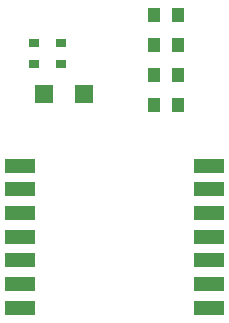
<source format=gbp>
%FSTAX24Y24*%
%MOIN*%
G70*
G01*
G75*
G04 Layer_Color=128*
%ADD10R,0.0709X0.0709*%
%ADD11R,0.0512X0.0472*%
%ADD12R,0.0374X0.1004*%
%ADD13R,0.1299X0.1004*%
%ADD14R,0.0512X0.0394*%
%ADD15R,0.0394X0.0512*%
%ADD16R,0.0630X0.0630*%
%ADD17O,0.0906X0.0236*%
%ADD18C,0.0100*%
%ADD19R,0.0591X0.0591*%
%ADD20C,0.0591*%
%ADD21C,0.0320*%
%ADD22R,0.0630X0.0630*%
%ADD23R,0.0374X0.0315*%
%ADD24R,0.0984X0.0512*%
%ADD25R,0.0787X0.3937*%
%ADD26R,0.0789X0.0789*%
%ADD27R,0.0592X0.0552*%
%ADD28R,0.0454X0.1084*%
%ADD29R,0.1379X0.1084*%
%ADD30R,0.0592X0.0474*%
%ADD31R,0.0474X0.0592*%
%ADD32R,0.0710X0.0710*%
%ADD33O,0.0986X0.0316*%
%ADD34R,0.0671X0.0671*%
%ADD35C,0.0671*%
%ADD36C,0.0400*%
%ADD37R,0.0710X0.0710*%
%ADD38R,0.0454X0.0395*%
%ADD39R,0.1064X0.0592*%
D15*
X240694Y19165D02*
D03*
X239906D02*
D03*
X240694Y19265D02*
D03*
X239906D02*
D03*
X240694Y19065D02*
D03*
X239906D02*
D03*
X240694Y18965D02*
D03*
X239906D02*
D03*
D22*
X236243Y190013D02*
D03*
X237582D02*
D03*
D23*
X2359Y191704D02*
D03*
Y190995D02*
D03*
X2368D02*
D03*
Y191704D02*
D03*
D24*
X24175Y187612D02*
D03*
Y186824D02*
D03*
Y186037D02*
D03*
Y18525D02*
D03*
Y184462D02*
D03*
Y183675D02*
D03*
Y182887D02*
D03*
X23545Y187612D02*
D03*
Y186824D02*
D03*
Y186037D02*
D03*
Y18525D02*
D03*
Y184462D02*
D03*
Y183675D02*
D03*
Y182887D02*
D03*
M02*

</source>
